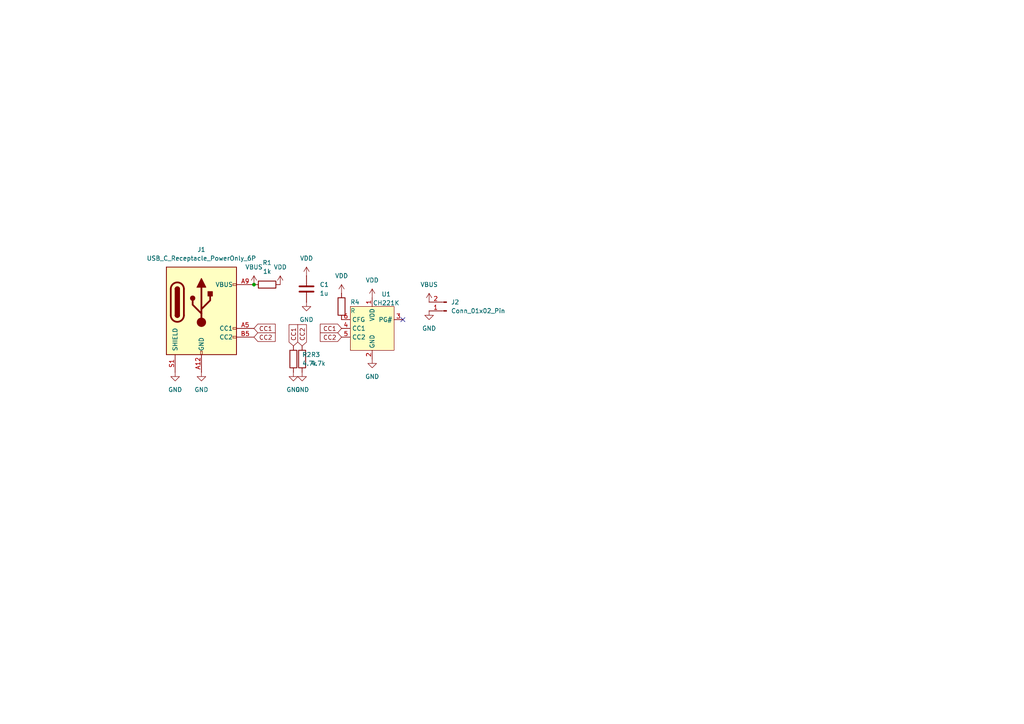
<source format=kicad_sch>
(kicad_sch (version 20231120) (generator "eeschema") (generator_version "8.0")
  (paper "A4")
  (lib_symbols
    (symbol "Connector:Conn_01x02_Pin" (pin_names (offset 1.016) hide)
      (property "Reference" "J" (at 0 2.54 0))
      (property "Value" "Conn_01x02_Pin" (at 0 -5.08 0))
      (symbol "Conn_01x02_Pin_1_1"
        (polyline (pts (xy 1.27 -2.54) (xy 0.8636 -2.54)) (stroke (width 0.1524)))
        (polyline (pts (xy 1.27 0) (xy 0.8636 0)) (stroke (width 0.1524)))
        (rectangle (start 0.8636 -2.413) (end 0 -2.667) (stroke (width 0.1524)) (fill (type outline)))
        (rectangle (start 0.8636 0.127) (end 0 -0.127) (stroke (width 0.1524)) (fill (type outline)))
        (pin passive line (at 5.08 0 180) (length 3.81) (name "Pin_1") (number "1"))
        (pin passive line (at 5.08 -2.54 180) (length 3.81) (name "Pin_2") (number "2"))
      )
    )
    (symbol "Connector:USB_C_Receptacle_PowerOnly_6P" (pin_names (offset 1.016))
      (property "Reference" "J" (at 0 16.51 0))
      (property "Value" "USB_C_Receptacle_PowerOnly_6P" (at 0 13.97 0))
      (symbol "USB_C_Receptacle_PowerOnly_6P_0_0"
        (rectangle (start -0.254 -12.7) (end 0.254 -11.684))
        (rectangle (start 10.16 -7.366) (end 9.144 -7.874))
        (rectangle (start 10.16 -4.826) (end 9.144 -5.334))
        (rectangle (start 10.16 7.874) (end 9.144 7.366))
      )
      (symbol "USB_C_Receptacle_PowerOnly_6P_0_1"
        (rectangle (start -10.16 12.7) (end 10.16 -12.7) (stroke (width 0.254)) (fill (type background)))
        (arc (start -8.89 -1.27) (mid -6.985 -3.1667) (end -5.08 -1.27) (stroke (width 0.508)))
        (arc (start -7.62 -1.27) (mid -6.985 -1.9023) (end -6.35 -1.27) (stroke (width 0.254)))
        (arc (start -7.62 -1.27) (mid -6.985 -1.9023) (end -6.35 -1.27) (stroke (width 0.254)) (fill (type outline)))
        (rectangle (start -7.62 -1.27) (end -6.35 6.35) (stroke (width 0.254)) (fill (type outline)))
        (arc (start -6.35 6.35) (mid -6.985 6.9823) (end -7.62 6.35) (stroke (width 0.254)))
        (arc (start -6.35 6.35) (mid -6.985 6.9823) (end -7.62 6.35) (stroke (width 0.254)) (fill (type outline)))
        (arc (start -5.08 6.35) (mid -6.985 8.2467) (end -8.89 6.35) (stroke (width 0.508)))
        (circle (center -2.54 3.683) (radius 0.635) (stroke (width 0.254)) (fill (type outline)))
        (circle (center 0 -3.302) (radius 1.27) (fill (type outline)))
        (polyline (pts (xy -8.89 -1.27) (xy -8.89 6.35)) (stroke (width 0.508)))
        (polyline (pts (xy -5.08 6.35) (xy -5.08 -1.27)) (stroke (width 0.508)))
        (polyline (pts (xy 0 -3.302) (xy 0 6.858)) (stroke (width 0.508)))
        (polyline (pts (xy 0 -0.762) (xy -2.54 1.778) (xy -2.54 3.048)) (stroke (width 0.508)))
        (polyline (pts (xy 0 0.508) (xy 2.54 3.048) (xy 2.54 4.318)) (stroke (width 0.508)))
        (polyline (pts (xy -1.27 6.858) (xy 0 9.398) (xy 1.27 6.858) (xy -1.27 6.858)) (stroke (width 0.254)) (fill (type outline)))
        (rectangle (start 1.905 4.318) (end 3.175 5.588) (stroke (width 0.254)) (fill (type outline)))
      )
      (symbol "USB_C_Receptacle_PowerOnly_6P_1_1"
        (pin passive line (at 0 -17.78 90) (length 5.08) (name "GND") (number "A12"))
        (pin bidirectional line (at 15.24 -5.08 180) (length 5.08) (name "CC1") (number "A5"))
        (pin passive line (at 15.24 7.62 180) (length 5.08) (name "VBUS") (number "A9"))
        (pin passive line (at 0 -17.78 90) (length 5.08) hide (name "GND") (number "B12"))
        (pin bidirectional line (at 15.24 -7.62 180) (length 5.08) (name "CC2") (number "B5"))
        (pin passive line (at 15.24 7.62 180) (length 5.08) hide (name "VBUS") (number "B9"))
        (pin passive line (at -7.62 -17.78 90) (length 5.08) (name "SHIELD") (number "S1"))
      )
    )
    (symbol "Device:C" (pin_numbers hide) (pin_names (offset 0.254))
      (property "Reference" "C" (at 0.635 2.54 0))
      (property "Value" "C" (at 0.635 -2.54 0))
      (symbol "C_0_1"
        (polyline (pts (xy -2.032 -0.762) (xy 2.032 -0.762)) (stroke (width 0.508)))
        (polyline (pts (xy -2.032 0.762) (xy 2.032 0.762)) (stroke (width 0.508)))
      )
      (symbol "C_1_1"
        (pin passive line (at 0 3.81 270) (length 2.794) (name "~") (number "1"))
        (pin passive line (at 0 -3.81 90) (length 2.794) (name "~") (number "2"))
      )
    )
    (symbol "Device:R" (pin_numbers hide) (pin_names (offset 0))
      (property "Reference" "R" (at 2.032 0 90))
      (property "Value" "R" (at 0 0 90))
      (symbol "R_0_1"
        (rectangle (start -1.016 -2.54) (end 1.016 2.54) (stroke (width 0.254)))
      )
      (symbol "R_1_1"
        (pin passive line (at 0 3.81 270) (length 1.27) (name "~") (number "1"))
        (pin passive line (at 0 -3.81 90) (length 1.27) (name "~") (number "2"))
      )
    )
    (symbol "Library:CH221K"
      (property "Reference" "U" (at 5.08 10.16 0))
      (property "Value" "CH221K" (at 5.08 7.62 0))
      (symbol "CH221K_1_1"
        (rectangle (start -6.35 6.35) (end 6.35 -6.35) (fill (type background)))
        (pin power_in line (at 0 8.89 270) (length 2.54) (name "VDD") (number "1"))
        (pin power_in line (at 0 -8.89 90) (length 2.54) (name "GND") (number "2"))
        (pin output line (at 8.89 2.54 180) (length 2.54) (name "PG#") (number "3"))
        (pin input line (at -8.89 0 0) (length 2.54) (name "CC1") (number "4"))
        (pin input line (at -8.89 -2.54 0) (length 2.54) (name "CC2") (number "5"))
        (pin input line (at -8.89 2.54 0) (length 2.54) (name "CFG") (number "6"))
      )
    )
    (symbol "power:GND" (power) (pin_numbers hide) (pin_names (offset 0) hide)
      (property "Value" "GND" (at 0 -3.81 0))
      (symbol "GND_0_1"
        (polyline (pts (xy 0 0) (xy 0 -1.27) (xy 1.27 -1.27) (xy 0 -2.54) (xy -1.27 -1.27) (xy 0 -1.27)))
      )
      (symbol "GND_1_1"
        (pin power_in line (at 0 0 270) (length 0) (name "~") (number "1"))
      )
    )
    (symbol "power:VBUS" (power) (pin_numbers hide) (pin_names (offset 0) hide)
      (property "Value" "VBUS" (at 0 3.556 0))
      (symbol "VBUS_0_1"
        (polyline (pts (xy -0.762 1.27) (xy 0 2.54)))
        (polyline (pts (xy 0 0) (xy 0 2.54)))
        (polyline (pts (xy 0 2.54) (xy 0.762 1.27)))
      )
      (symbol "VBUS_1_1"
        (pin power_in line (at 0 0 90) (length 0) (name "~") (number "1"))
      )
    )
    (symbol "power:VDD" (power) (pin_numbers hide) (pin_names (offset 0) hide)
      (property "Value" "VDD" (at 0 3.556 0))
      (symbol "VDD_0_1"
        (polyline (pts (xy -0.762 1.27) (xy 0 2.54)))
        (polyline (pts (xy 0 0) (xy 0 2.54)))
        (polyline (pts (xy 0 2.54) (xy 0.762 1.27)))
      )
      (symbol "VDD_1_1"
        (pin power_in line (at 0 0 90) (length 0) (name "~") (number "1"))
      )
    )
  )
  (junction (at 73.66 82.55))
  (no_connect (at 116.84 92.71))
  (global_label "CC1" (shape input) (at 85.09 100.33 90) (property "Intersheetrefs" "${INTERSHEET_REFS}" (effects (hide yes))))
  (global_label "CC2" (shape input) (at 87.63 100.33 90) (property "Intersheetrefs" "${INTERSHEET_REFS}" (effects (hide yes))))
  (global_label "CC1" (shape input) (at 99.06 95.25 180) (property "Intersheetrefs" "${INTERSHEET_REFS}" (effects (hide yes))))
  (global_label "CC2" (shape input) (at 73.66 97.79 0) (property "Intersheetrefs" "${INTERSHEET_REFS}" (effects (hide yes))))
  (global_label "CC1" (shape input) (at 73.66 95.25 0) (property "Intersheetrefs" "${INTERSHEET_REFS}" (effects (hide yes))))
  (global_label "CC2" (shape input) (at 99.06 97.79 180) (property "Intersheetrefs" "${INTERSHEET_REFS}" (effects (hide yes))))
  (symbol (lib_id "power:GND") (at 124.46 90.17 0) (unit 1)
    (property "Reference" "#PWR013" (effects (hide yes)))
    (property "Value" "GND" (at 124.46 95.25 0))
    (property "Description" "Power symbol creates a global label with name \"GND\" , ground" (effects (hide yes)))
  )
  (symbol (lib_id "power:GND") (at 85.09 107.95 0) (unit 1)
    (property "Reference" "#PWR07" (effects (hide yes)))
    (property "Value" "GND" (at 85.09 113.03 0))
    (property "Description" "Power symbol creates a global label with name \"GND\" , ground" (effects (hide yes)))
  )
  (symbol (lib_id "power:GND") (at 87.63 107.95 0) (unit 1)
    (property "Reference" "#PWR08" (effects (hide yes)))
    (property "Value" "GND" (at 87.63 113.03 0))
    (property "Description" "Power symbol creates a global label with name \"GND\" , ground" (effects (hide yes)))
  )
  (symbol (lib_id "power:VBUS") (at 73.66 82.55 0) (unit 1)
    (property "Reference" "#PWR01" (effects (hide yes)))
    (property "Value" "VBUS" (at 73.66 77.47 0))
    (property "Description" "Power symbol creates a global label with name \"VBUS\"" (effects (hide yes)))
  )
  (symbol (lib_id "power:VDD") (at 81.28 82.55 0) (unit 1)
    (property "Reference" "#PWR02" (effects (hide yes)))
    (property "Value" "VDD" (at 81.28 77.47 0))
    (property "Description" "Power symbol creates a global label with name \"VDD\"" (effects (hide yes)))
  )
  (symbol (lib_id "Library:CH221K") (at 107.95 95.25 0) (unit 1)
    (property "Reference" "U1" (at 112.014 85.344 0))
    (property "Value" "CH221K" (at 112.014 87.884 0))
    (property "Footprint" "Package_TO_SOT_SMD:SOT-23-6" (effects (hide yes)))
  )
  (symbol (lib_id "Device:R") (at 85.09 104.14 0) (unit 1)
    (property "Reference" "R2" (at 87.63 102.8699 0) (effects (justify left)))
    (property "Value" "4.7k" (at 87.63 105.4099 0) (effects (justify left)))
    (property "Footprint" "Resistor_SMD:R_0603_1608Metric" (effects (hide yes)))
    (property "Description" "Resistor" (effects (hide yes)))
  )
  (symbol (lib_id "power:GND") (at 50.8 107.95 0) (unit 1)
    (property "Reference" "#PWR06" (effects (hide yes)))
    (property "Value" "GND" (at 50.8 113.03 0))
    (property "Description" "Power symbol creates a global label with name \"GND\" , ground" (effects (hide yes)))
  )
  (symbol (lib_id "power:VBUS") (at 124.46 87.63 0) (unit 1)
    (property "Reference" "#PWR012" (effects (hide yes)))
    (property "Value" "VBUS" (at 124.46 82.55 0))
    (property "Description" "Power symbol creates a global label with name \"VBUS\"" (effects (hide yes)))
  )
  (symbol (lib_id "power:VDD") (at 99.06 85.09 0) (unit 1)
    (property "Reference" "#PWR011" (effects (hide yes)))
    (property "Value" "VDD" (at 99.06 80.01 0))
    (property "Description" "Power symbol creates a global label with name \"VDD\"" (effects (hide yes)))
  )
  (symbol (lib_id "power:GND") (at 88.9 87.63 0) (unit 1)
    (property "Reference" "#PWR010" (effects (hide yes)))
    (property "Value" "GND" (at 88.9 92.71 0))
    (property "Description" "Power symbol creates a global label with name \"GND\" , ground" (effects (hide yes)))
  )
  (symbol (lib_id "Device:C") (at 88.9 83.82 0) (unit 1)
    (property "Reference" "C1" (at 92.71 82.5499 0) (effects (justify left)))
    (property "Value" "1u" (at 92.71 85.0899 0) (effects (justify left)))
    (property "Footprint" "Capacitor_SMD:C_0603_1608Metric" (effects (hide yes)))
    (property "Description" "Unpolarized capacitor" (effects (hide yes)))
  )
  (symbol (lib_id "power:GND") (at 107.95 104.14 0) (unit 1)
    (property "Reference" "#PWR04" (effects (hide yes)))
    (property "Value" "GND" (at 107.95 109.22 0))
    (property "Description" "Power symbol creates a global label with name \"GND\" , ground" (effects (hide yes)))
  )
  (symbol (lib_id "power:VDD") (at 88.9 80.01 0) (unit 1)
    (property "Reference" "#PWR09" (effects (hide yes)))
    (property "Value" "VDD" (at 88.9 74.93 0))
    (property "Description" "Power symbol creates a global label with name \"VDD\"" (effects (hide yes)))
  )
  (symbol (lib_id "Device:R") (at 77.47 82.55 90) (unit 1)
    (property "Reference" "R1" (at 77.47 76.2 90))
    (property "Value" "1k" (at 77.47 78.74 90))
    (property "Footprint" "Resistor_SMD:R_0603_1608Metric" (effects (hide yes)))
    (property "Description" "Resistor" (effects (hide yes)))
  )
  (symbol (lib_id "Connector:Conn_01x02_Pin") (at 129.54 90.17 180) (unit 1)
    (property "Reference" "J2" (at 130.81 87.6299 0) (effects (justify right)))
    (property "Value" "Conn_01x02_Pin" (at 130.81 90.1699 0) (effects (justify right)))
    (property "Footprint" "Connector_PinHeader_2.54mm:PinHeader_1x02_P2.54mm_Vertical" (effects (hide yes)))
    (property "Description" "Generic connector, single row, 01x02, script generated" (effects (hide yes)))
  )
  (symbol (lib_id "Device:R") (at 87.63 104.14 0) (unit 1)
    (property "Reference" "R3" (at 90.17 102.8699 0) (effects (justify left)))
    (property "Value" "4.7k" (at 90.17 105.4099 0) (effects (justify left)))
    (property "Footprint" "Resistor_SMD:R_0603_1608Metric" (effects (hide yes)))
    (property "Description" "Resistor" (effects (hide yes)))
  )
  (symbol (lib_id "Connector:USB_C_Receptacle_PowerOnly_6P") (at 58.42 90.17 0) (unit 1)
    (property "Reference" "J1" (at 58.42 72.39 0))
    (property "Value" "USB_C_Receptacle_PowerOnly_6P" (at 58.42 74.93 0))
    (property "Footprint" "Connector_USB:USB_C_Receptacle_GCT_USB4125-xx-x_6P_TopMnt_Horizontal" (effects (hide yes)))
    (property "Datasheet" "https://www.usb.org/sites/default/files/documents/usb_type-c.zip" (effects (hide yes)))
    (property "Description" "USB Power-Only 6P Type-C Receptacle connector" (effects (hide yes)))
  )
  (symbol (lib_id "Device:R") (at 99.06 88.9 0) (unit 1)
    (property "Reference" "R4" (at 101.6 87.6299 0) (effects (justify left)))
    (property "Value" "R" (at 101.6 90.1699 0) (effects (justify left)))
    (property "Footprint" "Resistor_SMD:R_0603_1608Metric" (effects (hide yes)))
    (property "Description" "Resistor" (effects (hide yes)))
  )
  (symbol (lib_id "power:GND") (at 58.42 107.95 0) (unit 1)
    (property "Reference" "#PWR05" (effects (hide yes)))
    (property "Value" "GND" (at 58.42 113.03 0))
    (property "Description" "Power symbol creates a global label with name \"GND\" , ground" (effects (hide yes)))
  )
  (symbol (lib_id "power:VDD") (at 107.95 86.36 0) (unit 1)
    (property "Reference" "#PWR03" (effects (hide yes)))
    (property "Value" "VDD" (at 107.95 81.28 0))
    (property "Description" "Power symbol creates a global label with name \"VDD\"" (effects (hide yes)))
  )
)
</source>
